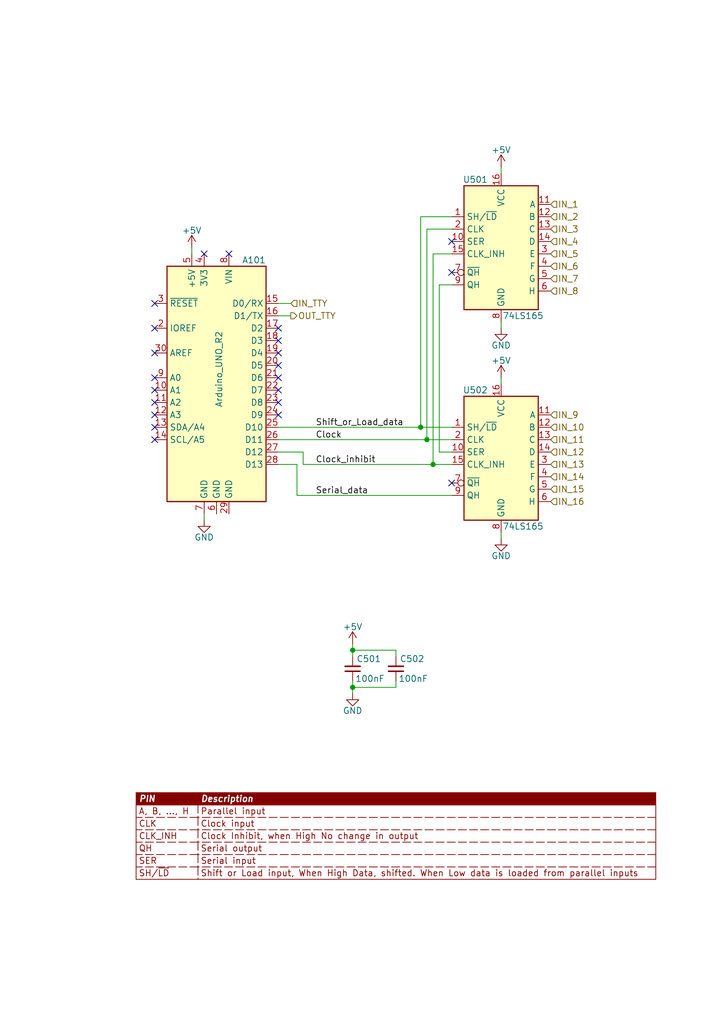
<source format=kicad_sch>
(kicad_sch (version 20250114) (generator "eeschema") (generator_version "9.0")
  (paper "A5" portrait)
  (title_block (title "Cascaded_74xx165 - Proof of concept") (date "2025-08-31") (rev "1.0.&lpha") (comment 1 "Copyright (c) 2025 by Filip Pynckels & Robin Pynckels"))
  (lib_symbols
    (symbol "74HCxx:74HC165"
      (property "Reference" "U" (at -7.112 13.97 0))
      (property "Value" "74HC165" (at 4.572 -13.97 0))
      (symbol "74HC165_1_0"
        (pin input line (at -10.16 6.35 0) (length 2.54) (name "SH/~{LD}") (number "1"))
        (pin input line (at -10.16 3.81 0) (length 2.54) (name "CLK") (number "2"))
        (pin input line (at -10.16 1.27 0) (length 2.54) (name "SER") (number "10"))
        (pin input line (at -10.16 -1.27 0) (length 2.54) (name "CLK_INH") (number "15"))
        (pin output inverted (at -10.16 -5.08 0) (length 2.54) (name "~{QH}") (number "7"))
        (pin output line (at -10.16 -7.62 0) (length 2.54) (name "QH") (number "9"))
        (pin power_in line (at 0 15.24 270) (length 2.54) (name "VCC") (number "16"))
        (pin power_in line (at 0 -15.24 90) (length 2.54) (name "GND") (number "8"))
        (pin input line (at 10.16 8.89 180) (length 2.54) (name "A") (number "11"))
        (pin input line (at 10.16 6.35 180) (length 2.54) (name "B") (number "12"))
        (pin input line (at 10.16 3.81 180) (length 2.54) (name "C") (number "13"))
        (pin input line (at 10.16 1.27 180) (length 2.54) (name "D") (number "14"))
        (pin input line (at 10.16 -1.27 180) (length 2.54) (name "E") (number "3"))
        (pin input line (at 10.16 -3.81 180) (length 2.54) (name "F") (number "4"))
        (pin input line (at 10.16 -6.35 180) (length 2.54) (name "G") (number "5"))
        (pin input line (at 10.16 -8.89 180) (length 2.54) (name "H") (number "6"))
      )
      (symbol "74HC165_1_1"
        (rectangle (start -7.62 12.7) (end 7.62 -12.7) (stroke (width 0.254)) (fill (type background)))
      )
    )
    (symbol "Device:C_Small" (pin_numbers (hide yes)) (pin_names (offset 0.254) (hide yes))
      (property "Reference" "C" (at 0.254 1.778 0))
      (property "Value" "C_Small" (at 0.254 -2.032 0))
      (symbol "C_Small_0_1"
        (polyline (pts (xy -1.524 0.508) (xy 1.524 0.508)) (stroke (width 0.3048)))
        (polyline (pts (xy -1.524 -0.508) (xy 1.524 -0.508)) (stroke (width 0.3302)))
      )
      (symbol "C_Small_1_1"
        (pin passive line (at 0 2.54 270) (length 2.032) (name "~") (number "1"))
        (pin passive line (at 0 -2.54 90) (length 2.032) (name "~") (number "2"))
      )
    )
    (symbol "MCU_Module:Arduino_UNO_R2"
      (property "Reference" "A" (at -10.16 23.495 0))
      (property "Value" "Arduino_UNO_R2" (at 5.08 -26.67 0))
      (symbol "Arduino_UNO_R2_0_1"
        (rectangle (start -10.16 22.86) (end 10.16 -25.4) (stroke (width 0.254)) (fill (type background)))
      )
      (symbol "Arduino_UNO_R2_1_1"
        (pin bidirectional line (at -12.7 15.24 0) (length 2.54) (name "D0/RX") (number "15"))
        (pin bidirectional line (at -12.7 12.7 0) (length 2.54) (name "D1/TX") (number "16"))
        (pin bidirectional line (at -12.7 10.16 0) (length 2.54) (name "D2") (number "17"))
        (pin bidirectional line (at -12.7 7.62 0) (length 2.54) (name "D3") (number "18"))
        (pin bidirectional line (at -12.7 5.08 0) (length 2.54) (name "D4") (number "19"))
        (pin bidirectional line (at -12.7 2.54 0) (length 2.54) (name "D5") (number "20"))
        (pin bidirectional line (at -12.7 0 0) (length 2.54) (name "D6") (number "21"))
        (pin bidirectional line (at -12.7 -2.54 0) (length 2.54) (name "D7") (number "22"))
        (pin bidirectional line (at -12.7 -5.08 0) (length 2.54) (name "D8") (number "23"))
        (pin bidirectional line (at -12.7 -7.62 0) (length 2.54) (name "D9") (number "24"))
        (pin bidirectional line (at -12.7 -10.16 0) (length 2.54) (name "D10") (number "25"))
        (pin bidirectional line (at -12.7 -12.7 0) (length 2.54) (name "D11") (number "26"))
        (pin bidirectional line (at -12.7 -15.24 0) (length 2.54) (name "D12") (number "27"))
        (pin bidirectional line (at -12.7 -17.78 0) (length 2.54) (name "D13") (number "28"))
        (pin no_connect line (at -10.16 -20.32 0) (length 2.54) (hide yes) (name "NC") (number "1"))
        (pin power_in line (at -2.54 25.4 270) (length 2.54) (name "VIN") (number "8"))
        (pin power_in line (at -2.54 -27.94 90) (length 2.54) (name "GND") (number "29"))
        (pin power_in line (at 0 -27.94 90) (length 2.54) (name "GND") (number "6"))
        (pin power_out line (at 2.54 25.4 270) (length 2.54) (name "3V3") (number "4"))
        (pin power_in line (at 2.54 -27.94 90) (length 2.54) (name "GND") (number "7"))
        (pin power_out line (at 5.08 25.4 270) (length 2.54) (name "+5V") (number "5"))
        (pin input line (at 12.7 15.24 180) (length 2.54) (name "~{RESET}") (number "3"))
        (pin output line (at 12.7 10.16 180) (length 2.54) (name "IOREF") (number "2"))
        (pin input line (at 12.7 5.08 180) (length 2.54) (name "AREF") (number "30"))
        (pin bidirectional line (at 12.7 0 180) (length 2.54) (name "A0") (number "9"))
        (pin bidirectional line (at 12.7 -2.54 180) (length 2.54) (name "A1") (number "10"))
        (pin bidirectional line (at 12.7 -5.08 180) (length 2.54) (name "A2") (number "11"))
        (pin bidirectional line (at 12.7 -7.62 180) (length 2.54) (name "A3") (number "12"))
        (pin bidirectional line (at 12.7 -10.16 180) (length 2.54) (name "SDA/A4") (number "13"))
        (pin bidirectional line (at 12.7 -12.7 180) (length 2.54) (name "SCL/A5") (number "14"))
      )
    )
    (symbol "power:+5V" (power) (pin_numbers (hide yes)) (pin_names (offset 0) (hide yes))
      (property "Value" "+5V" (at 0 3.556 0))
      (symbol "+5V_0_1"
        (polyline (pts (xy -0.762 1.27) (xy 0 2.54)))
        (polyline (pts (xy 0 2.54) (xy 0.762 1.27)))
        (polyline (pts (xy 0 0) (xy 0 2.54)))
      )
      (symbol "+5V_1_1"
        (pin power_in line (at 0 0 90) (length 0) (name "~") (number "1"))
      )
    )
    (symbol "power:GND" (power) (pin_numbers (hide yes)) (pin_names (offset 0) (hide yes))
      (property "Value" "GND" (at 0 -3.81 0))
      (symbol "GND_0_1"
        (polyline (pts (xy 0 0) (xy 0 -1.27) (xy 1.27 -1.27) (xy 0 -2.54) (xy -1.27 -1.27) (xy 0 -1.27)))
      )
      (symbol "GND_1_1"
        (pin power_in line (at 0 0 270) (length 0) (name "~") (number "1"))
      )
    )
  )
  (junction (at 87.63 90.17))
  (junction (at 72.39 133.35))
  (junction (at 86.36 87.63))
  (junction (at 72.39 140.97))
  (junction (at 88.9 95.25))
  (no_connect (at 31.75 80.01))
  (no_connect (at 31.75 87.63))
  (no_connect (at 57.15 69.85))
  (no_connect (at 57.15 85.09))
  (no_connect (at 31.75 82.55))
  (no_connect (at 31.75 72.39))
  (no_connect (at 46.99 52.07))
  (no_connect (at 57.15 67.31))
  (no_connect (at 57.15 72.39))
  (no_connect (at 31.75 77.47))
  (no_connect (at 57.15 82.55))
  (no_connect (at 57.15 80.01))
  (no_connect (at 57.15 74.93))
  (no_connect (at 57.15 77.47))
  (no_connect (at 41.91 52.07))
  (no_connect (at 92.71 49.53))
  (no_connect (at 92.71 55.88))
  (no_connect (at 31.75 62.23))
  (no_connect (at 31.75 67.31))
  (no_connect (at 31.75 90.17))
  (no_connect (at 31.75 85.09))
  (no_connect (at 92.71 99.06))
  (wire (pts (xy 60.96 101.6) (xy 60.96 95.25)))
  (wire (pts (xy 57.15 64.77) (xy 59.69 64.77)))
  (wire (pts (xy 72.39 140.97) (xy 72.39 142.24)))
  (wire (pts (xy 87.63 90.17) (xy 92.71 90.17)))
  (wire (pts (xy 102.87 66.04) (xy 102.87 67.31)))
  (wire (pts (xy 102.87 77.47) (xy 102.87 78.74)))
  (wire (pts (xy 57.15 62.23) (xy 59.69 62.23)))
  (wire (pts (xy 102.87 109.22) (xy 102.87 110.49)))
  (wire (pts (xy 81.28 133.35) (xy 81.28 134.62)))
  (wire (pts (xy 87.63 46.99) (xy 92.71 46.99)))
  (wire (pts (xy 88.9 95.25) (xy 92.71 95.25)))
  (wire (pts (xy 62.23 95.25) (xy 88.9 95.25)))
  (wire (pts (xy 57.15 87.63) (xy 86.36 87.63)))
  (wire (pts (xy 72.39 132.08) (xy 72.39 133.35)))
  (wire (pts (xy 81.28 139.7) (xy 81.28 140.97)))
  (wire (pts (xy 60.96 101.6) (xy 92.71 101.6)))
  (wire (pts (xy 86.36 44.45) (xy 86.36 87.63)))
  (wire (pts (xy 72.39 133.35) (xy 72.39 134.62)))
  (wire (pts (xy 90.17 92.71) (xy 92.71 92.71)))
  (wire (pts (xy 39.37 50.8) (xy 39.37 52.07)))
  (wire (pts (xy 62.23 92.71) (xy 57.15 92.71)))
  (wire (pts (xy 88.9 52.07) (xy 88.9 95.25)))
  (wire (pts (xy 88.9 52.07) (xy 92.71 52.07)))
  (wire (pts (xy 60.96 95.25) (xy 57.15 95.25)))
  (wire (pts (xy 92.71 58.42) (xy 90.17 58.42)))
  (wire (pts (xy 90.17 58.42) (xy 90.17 92.71)))
  (wire (pts (xy 86.36 44.45) (xy 92.71 44.45)))
  (wire (pts (xy 62.23 95.25) (xy 62.23 92.71)))
  (wire (pts (xy 57.15 90.17) (xy 87.63 90.17)))
  (wire (pts (xy 87.63 46.99) (xy 87.63 90.17)))
  (wire (pts (xy 81.28 140.97) (xy 72.39 140.97)))
  (wire (pts (xy 102.87 34.29) (xy 102.87 35.56)))
  (wire (pts (xy 72.39 139.7) (xy 72.39 140.97)))
  (wire (pts (xy 86.36 87.63) (xy 92.71 87.63)))
  (wire (pts (xy 81.28 133.35) (xy 72.39 133.35)))
  (wire (pts (xy 41.91 105.41) (xy 41.91 106.68)))
  (table (column_count 2) (border (external yes) (header yes) (stroke (width 0) (color 132 0 0 1))) (separators (rows yes) (cols yes) (stroke (width 0) (type dash) (color 132 0 0 1))) (column_widths 12.7 93.98) (row_heights 2.54 2.54 2.54 2.54 2.54 2.54 2.54) (cells (table_cell "PIN" (at 27.94 162.56 0) (size 12.7 2.54) (margins 0.508 0.508 0 0) (span 1 1) (fill (type color) (color 132 0 0 1))) (table_cell "Description" (at 40.64 162.56 0) (size 93.98 2.54) (margins 0.508 0.508 0 0) (span 1 1) (fill (type color) (color 132 0 0 1))) (table_cell "A, B, ..., H" (at 27.94 165.1 0) (size 12.7 2.54) (margins 0.508 0.508 0 0) (span 1 1)) (table_cell "Parallel input" (at 40.64 165.1 0) (size 93.98 2.54) (margins 0.508 0.508 0 0) (span 1 1)) (table_cell "CLK" (at 27.94 167.64 0) (size 12.7 2.54) (margins 0.508 0.508 0 0) (span 1 1)) (table_cell "Clock input" (at 40.64 167.64 0) (size 93.98 2.54) (margins 0.508 0.508 0 0) (span 1 1)) (table_cell "CLK_INH" (at 27.94 170.18 0) (size 12.7 2.54) (margins 0.508 0.508 0 0) (span 1 1)) (table_cell "Clock Inhibit, when High No change in output" (at 40.64 170.18 0) (size 93.98 2.54) (margins 0.508 0.508 0 0) (span 1 1)) (table_cell "QH" (at 27.94 172.72 0) (size 12.7 2.54) (margins 0.508 0.508 0 0) (span 1 1)) (table_cell "Serial output" (at 40.64 172.72 0) (size 93.98 2.54) (margins 0.508 0.508 0 0) (span 1 1)) (table_cell "SER" (at 27.94 175.26 0) (size 12.7 2.54) (margins 0.508 0.508 0 0) (span 1 1)) (table_cell "Serial input" (at 40.64 175.26 0) (size 93.98 2.54) (margins 0.508 0.508 0 0) (span 1 1)) (table_cell "SH/~{LD}" (at 27.94 177.8 0) (size 12.7 2.54) (margins 0.508 0.508 0 0) (span 1 1)) (table_cell "Shift or Load input, When High Data, shifted. When Low data is loaded from parallel inputs" (at 40.64 177.8 0) (size 93.98 2.54) (margins 0.508 0.508 0 0) (span 1 1))))
  (label "Clock_inhibit" (at 64.77 95.25 0))
  (label "Shift_or_Load_data" (at 64.77 87.63 0))
  (label "Serial_data" (at 64.77 101.6 0))
  (label "Clock" (at 64.77 90.17 0))
  (hierarchical_label "IN_2" (shape input) (at 113.03 44.45 0))
  (hierarchical_label "IN_14" (shape input) (at 113.03 97.79 0))
  (hierarchical_label "IN_1" (shape input) (at 113.03 41.91 0))
  (hierarchical_label "IN_TTY" (shape input) (at 59.69 62.23 0))
  (hierarchical_label "IN_10" (shape input) (at 113.03 87.63 0))
  (hierarchical_label "IN_4" (shape input) (at 113.03 49.53 0))
  (hierarchical_label "IN_13" (shape input) (at 113.03 95.25 0))
  (hierarchical_label "IN_7" (shape input) (at 113.03 57.15 0))
  (hierarchical_label "IN_15" (shape input) (at 113.03 100.33 0))
  (hierarchical_label "IN_8" (shape input) (at 113.03 59.69 0))
  (hierarchical_label "OUT_TTY" (shape output) (at 59.69 64.77 0))
  (hierarchical_label "IN_9" (shape input) (at 113.03 85.09 0))
  (hierarchical_label "IN_12" (shape input) (at 113.03 92.71 0))
  (hierarchical_label "IN_16" (shape input) (at 113.03 102.87 0))
  (hierarchical_label "IN_11" (shape input) (at 113.03 90.17 0))
  (hierarchical_label "IN_6" (shape input) (at 113.03 54.61 0))
  (hierarchical_label "IN_5" (shape input) (at 113.03 52.07 0))
  (hierarchical_label "IN_3" (shape input) (at 113.03 46.99 0))
  (symbol (lib_id "power:GND") (at 72.39 142.24 0) (mirror y) (unit 1)
    (property "Reference" "#PWR0512" (effects (hide yes)))
    (property "Value" "GND" (at 72.39 145.034 0) (effects (justify top)))
    (property "Description" "Power symbol creates a global label with name \"GND\" , ground" (effects (hide yes)))
  )
  (symbol (lib_id "power:+5V") (at 102.87 34.29 0) (mirror y) (unit 1)
    (property "Reference" "#PWR0501" (effects (hide yes)))
    (property "Value" "+5V" (at 102.87 31.496 0) (effects (justify bottom)))
    (property "Description" "Power symbol creates a global label with name \"+5V\"" (effects (hide yes)))
  )
  (symbol (lib_id "power:+5V") (at 72.39 132.08 0) (mirror y) (unit 1)
    (property "Reference" "#PWR0511" (effects (hide yes)))
    (property "Value" "+5V" (at 72.39 129.286 0) (effects (justify bottom)))
    (property "Description" "Power symbol creates a global label with name \"+5V\"" (effects (hide yes)))
  )
  (symbol (lib_id "74HCxx:74HC165") (at 102.87 93.98 0) (unit 1)
    (property "Reference" "U502" (at 94.996 80.01 0) (effects (justify left)))
    (property "Value" "74LS165" (at 103.124 107.95 0) (effects (justify left)))
    (property "Footprint" "Package_DIP:DIP-16_W7.62mm" (effects (hide yes)))
    (property "Datasheet" "http://www.ti.com/lit/ds/symlink/sn74hc595.pdf" (effects (hide yes)))
    (property "Description" "8-bit parallel in / serial out Shift Register 3-State Output" (effects (hide yes)))
  )
  (symbol (lib_id "74HCxx:74HC165") (at 102.87 50.8 0) (unit 1)
    (property "Reference" "U501" (at 94.996 36.83 0) (effects (justify left)))
    (property "Value" "74LS165" (at 103.124 64.77 0) (effects (justify left)))
    (property "Footprint" "Package_DIP:DIP-16_W7.62mm" (effects (hide yes)))
    (property "Datasheet" "http://www.ti.com/lit/ds/symlink/sn74hc595.pdf" (effects (hide yes)))
    (property "Description" "8-bit parallel in / serial out Shift Register 3-State Output" (effects (hide yes)))
  )
  (symbol (lib_id "MCU_Module:Arduino_UNO_R2") (at 44.45 77.47 0) (mirror y) (unit 1)
    (property "Reference" "A101" (at 54.61 53.34 0) (effects (justify left)))
    (property "Value" "Arduino_UNO_R2" (at 44.958 83.566 90) (effects (justify left)))
    (property "Footprint" "Module:Arduino_UNO_R2" (effects (hide yes)))
    (property "Datasheet" "https://www.arduino.cc/en/Main/arduinoBoardUno" (effects (hide yes)))
    (property "Description" "Arduino UNO Microcontroller Module, release 2" (effects (hide yes)))
  )
  (symbol (lib_id "power:GND") (at 102.87 110.49 0) (mirror y) (unit 1)
    (property "Reference" "#PWR0504" (effects (hide yes)))
    (property "Value" "GND" (at 102.87 113.284 0) (effects (justify top)))
    (property "Description" "Power symbol creates a global label with name \"GND\" , ground" (effects (hide yes)))
  )
  (symbol (lib_id "power:+5V") (at 102.87 77.47 0) (mirror y) (unit 1)
    (property "Reference" "#PWR0503" (effects (hide yes)))
    (property "Value" "+5V" (at 102.87 74.676 0) (effects (justify bottom)))
    (property "Description" "Power symbol creates a global label with name \"+5V\"" (effects (hide yes)))
  )
  (symbol (lib_id "power:GND") (at 102.87 67.31 0) (mirror y) (unit 1)
    (property "Reference" "#PWR0502" (effects (hide yes)))
    (property "Value" "GND" (at 102.87 70.104 0) (effects (justify top)))
    (property "Description" "Power symbol creates a global label with name \"GND\" , ground" (effects (hide yes)))
  )
  (symbol (lib_id "power:+5V") (at 39.37 50.8 0) (mirror y) (unit 1)
    (property "Reference" "#PWR0101" (effects (hide yes)))
    (property "Value" "+5V" (at 39.37 48.006 0) (effects (justify bottom)))
    (property "Description" "Power symbol creates a global label with name \"+5V\"" (effects (hide yes)))
  )
  (symbol (lib_id "Device:C_Small") (at 72.39 137.16 180) (unit 1)
    (property "Reference" "C501" (at 73.152 135.128 0) (effects (justify right)))
    (property "Value" "100nF" (at 72.898 139.192 0) (effects (justify right)))
    (property "Footprint" "Capacitor_THT:C_Disc_D5.0mm_W2.5mm_P5.00mm" (effects (hide yes)))
    (property "Description" "Unpolarized capacitor, small symbol" (effects (hide yes)))
  )
  (symbol (lib_id "power:GND") (at 41.91 106.68 0) (mirror y) (unit 1)
    (property "Reference" "#PWR0102" (effects (hide yes)))
    (property "Value" "GND" (at 41.91 109.474 0) (effects (justify top)))
    (property "Description" "Power symbol creates a global label with name \"GND\" , ground" (effects (hide yes)))
  )
  (symbol (lib_id "Device:C_Small") (at 81.28 137.16 180) (unit 1)
    (property "Reference" "C502" (at 82.042 135.128 0) (effects (justify right)))
    (property "Value" "100nF" (at 81.788 139.192 0) (effects (justify right)))
    (property "Footprint" "Capacitor_THT:C_Disc_D5.0mm_W2.5mm_P5.00mm" (effects (hide yes)))
    (property "Description" "Unpolarized capacitor, small symbol" (effects (hide yes)))
  )
)
</source>
